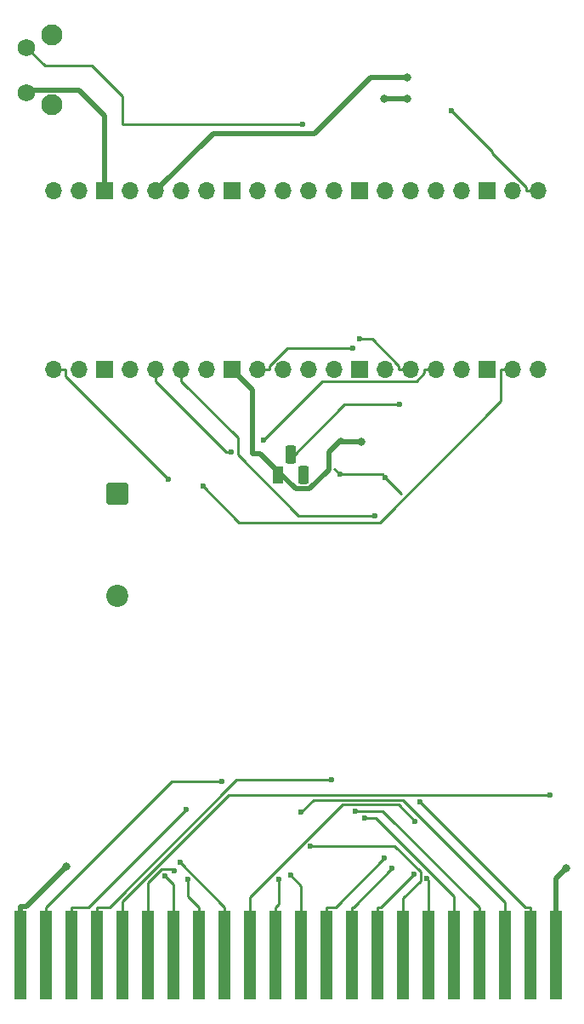
<source format=gbr>
%TF.GenerationSoftware,KiCad,Pcbnew,9.0.6*%
%TF.CreationDate,2025-12-23T16:48:34+01:00*%
%TF.ProjectId,PiRTOII2_cart,50695254-4f49-4493-925f-636172742e6b,1git*%
%TF.SameCoordinates,Original*%
%TF.FileFunction,Copper,L2,Bot*%
%TF.FilePolarity,Positive*%
%FSLAX46Y46*%
G04 Gerber Fmt 4.6, Leading zero omitted, Abs format (unit mm)*
G04 Created by KiCad (PCBNEW 9.0.6) date 2025-12-23 16:48:34*
%MOMM*%
%LPD*%
G01*
G04 APERTURE LIST*
G04 Aperture macros list*
%AMRoundRect*
0 Rectangle with rounded corners*
0 $1 Rounding radius*
0 $2 $3 $4 $5 $6 $7 $8 $9 X,Y pos of 4 corners*
0 Add a 4 corners polygon primitive as box body*
4,1,4,$2,$3,$4,$5,$6,$7,$8,$9,$2,$3,0*
0 Add four circle primitives for the rounded corners*
1,1,$1+$1,$2,$3*
1,1,$1+$1,$4,$5*
1,1,$1+$1,$6,$7*
1,1,$1+$1,$8,$9*
0 Add four rect primitives between the rounded corners*
20,1,$1+$1,$2,$3,$4,$5,0*
20,1,$1+$1,$4,$5,$6,$7,0*
20,1,$1+$1,$6,$7,$8,$9,0*
20,1,$1+$1,$8,$9,$2,$3,0*%
G04 Aperture macros list end*
%TA.AperFunction,ComponentPad*%
%ADD10RoundRect,0.249999X-0.850001X0.850001X-0.850001X-0.850001X0.850001X-0.850001X0.850001X0.850001X0*%
%TD*%
%TA.AperFunction,ComponentPad*%
%ADD11C,2.200000*%
%TD*%
%TA.AperFunction,ComponentPad*%
%ADD12O,1.700000X1.700000*%
%TD*%
%TA.AperFunction,ComponentPad*%
%ADD13R,1.700000X1.700000*%
%TD*%
%TA.AperFunction,ComponentPad*%
%ADD14R,1.100000X1.800000*%
%TD*%
%TA.AperFunction,ComponentPad*%
%ADD15RoundRect,0.275000X-0.275000X-0.625000X0.275000X-0.625000X0.275000X0.625000X-0.275000X0.625000X0*%
%TD*%
%TA.AperFunction,ComponentPad*%
%ADD16C,2.100000*%
%TD*%
%TA.AperFunction,ComponentPad*%
%ADD17C,1.750000*%
%TD*%
%TA.AperFunction,ConnectorPad*%
%ADD18R,1.270000X8.840000*%
%TD*%
%TA.AperFunction,ViaPad*%
%ADD19C,0.800000*%
%TD*%
%TA.AperFunction,ViaPad*%
%ADD20C,0.600000*%
%TD*%
%TA.AperFunction,Conductor*%
%ADD21C,0.500000*%
%TD*%
%TA.AperFunction,Conductor*%
%ADD22C,0.250000*%
%TD*%
G04 APERTURE END LIST*
D10*
%TO.P,D1,1,K*%
%TO.N,Net-(D1-K)*%
X102050000Y-127840000D03*
D11*
%TO.P,D1,2,A*%
%TO.N,+5V*%
X102050000Y-138000000D03*
%TD*%
D12*
%TO.P,U1,1,GPIO0*%
%TO.N,d0'*%
X95740000Y-115480000D03*
%TO.P,U1,2,GPIO1*%
%TO.N,d1'*%
X98280000Y-115480000D03*
D13*
%TO.P,U1,3,GND*%
%TO.N,GND*%
X100820000Y-115480000D03*
D12*
%TO.P,U1,4,GPIO2*%
%TO.N,d2'*%
X103360000Y-115480000D03*
%TO.P,U1,5,GPIO3*%
%TO.N,d3'*%
X105900000Y-115480000D03*
%TO.P,U1,6,GPIO4*%
%TO.N,d4'*%
X108440000Y-115480000D03*
%TO.P,U1,7,GPIO5*%
%TO.N,d5'*%
X110980000Y-115480000D03*
D13*
%TO.P,U1,8,GND*%
%TO.N,GND*%
X113520000Y-115480000D03*
D12*
%TO.P,U1,9,GPIO6*%
%TO.N,d6'*%
X116060000Y-115480000D03*
%TO.P,U1,10,GPIO7*%
%TO.N,d7'*%
X118600000Y-115480000D03*
%TO.P,U1,11,GPIO8*%
%TO.N,d8'*%
X121140000Y-115480000D03*
%TO.P,U1,12,GPIO9*%
%TO.N,d9'*%
X123680000Y-115480000D03*
D13*
%TO.P,U1,13,GND*%
%TO.N,GND*%
X126220000Y-115480000D03*
D12*
%TO.P,U1,14,GPIO10*%
%TO.N,d10'*%
X128760000Y-115480000D03*
%TO.P,U1,15,GPIO11*%
%TO.N,d11'*%
X131300000Y-115480000D03*
%TO.P,U1,16,GPIO12*%
%TO.N,d12'*%
X133840000Y-115480000D03*
%TO.P,U1,17,GPIO13*%
%TO.N,d13'*%
X136380000Y-115480000D03*
D13*
%TO.P,U1,18,GND*%
%TO.N,GND*%
X138920000Y-115480000D03*
D12*
%TO.P,U1,19,GPIO14*%
%TO.N,d14'*%
X141460000Y-115480000D03*
%TO.P,U1,20,GPIO15*%
%TO.N,d15'*%
X144000000Y-115480000D03*
%TO.P,U1,21,GPIO16*%
%TO.N,MISO*%
X144000000Y-97700000D03*
%TO.P,U1,22,GPIO17*%
%TO.N,CS*%
X141460000Y-97700000D03*
D13*
%TO.P,U1,23,GND*%
%TO.N,GND*%
X138920000Y-97700000D03*
D12*
%TO.P,U1,24,GPIO18*%
%TO.N,SCK*%
X136380000Y-97700000D03*
%TO.P,U1,25,GPIO19*%
%TO.N,MOSI*%
X133840000Y-97700000D03*
%TO.P,U1,26,GPIO20*%
%TO.N,reset_inty_out*%
X131300000Y-97700000D03*
%TO.P,U1,27,GPIO21*%
%TO.N,~{msync'}*%
X128760000Y-97700000D03*
D13*
%TO.P,U1,28,GND*%
%TO.N,GND*%
X126220000Y-97700000D03*
D12*
%TO.P,U1,29,GPIO22*%
%TO.N,bdir'*%
X123680000Y-97700000D03*
%TO.P,U1,30,RUN*%
%TO.N,~{RESET_PICO}*%
X121140000Y-97700000D03*
%TO.P,U1,31,GPIO26_ADC0*%
%TO.N,bc1'*%
X118600000Y-97700000D03*
%TO.P,U1,32,GPIO27_ADC1*%
%TO.N,bc2'*%
X116060000Y-97700000D03*
D13*
%TO.P,U1,33,AGND*%
%TO.N,GND*%
X113520000Y-97700000D03*
D12*
%TO.P,U1,34,GPIO28_ADC2*%
%TO.N,unconnected-(U1-GPIO28_ADC2-Pad34)*%
X110980000Y-97700000D03*
%TO.P,U1,35,ADC_VREF*%
%TO.N,unconnected-(U1-ADC_VREF-Pad35)_1*%
X108440000Y-97700000D03*
%TO.P,U1,36,3V3*%
%TO.N,+3.3V*%
X105900000Y-97700000D03*
%TO.P,U1,37,3V3_EN*%
%TO.N,unconnected-(U1-3V3_EN-Pad37)*%
X103360000Y-97700000D03*
D13*
%TO.P,U1,38,GND*%
%TO.N,GND*%
X100820000Y-97700000D03*
D12*
%TO.P,U1,39,VSYS*%
%TO.N,Net-(D1-K)*%
X98280000Y-97700000D03*
%TO.P,U1,40,VBUS*%
%TO.N,unconnected-(U1-VBUS-Pad40)*%
X95740000Y-97700000D03*
%TD*%
D14*
%TO.P,Q1,1,C*%
%TO.N,GND*%
X118050000Y-126000000D03*
D15*
%TO.P,Q1,2,B*%
%TO.N,reset_inty_out*%
X119320000Y-123930000D03*
%TO.P,Q1,3,E*%
%TO.N,rst_inty'*%
X120590000Y-126000000D03*
%TD*%
D16*
%TO.P,SW1,*%
%TO.N,*%
X95530000Y-89180000D03*
X95530000Y-82170000D03*
D17*
%TO.P,SW1,1,1*%
%TO.N,GND*%
X93040000Y-87930000D03*
%TO.P,SW1,2,2*%
%TO.N,~{RESET_PICO}*%
X93040000Y-83430000D03*
%TD*%
D18*
%TO.P,CN1,1,GND*%
%TO.N,GND*%
X145737700Y-173734000D03*
%TO.P,CN1,3,~{MSYNC}*%
%TO.N,~{msync'}*%
X143197700Y-173734000D03*
%TO.P,CN1,5,DB7*%
%TO.N,d7'*%
X140657700Y-173734000D03*
%TO.P,CN1,7,DB8*%
%TO.N,d8'*%
X138117700Y-173734000D03*
%TO.P,CN1,9,DB6*%
%TO.N,d6'*%
X135577700Y-173734000D03*
%TO.P,CN1,11,DB9*%
%TO.N,d9'*%
X133037700Y-173734000D03*
%TO.P,CN1,13,DB5*%
%TO.N,d5'*%
X130497700Y-173734000D03*
%TO.P,CN1,15,DB10*%
%TO.N,d10'*%
X127957700Y-173734000D03*
%TO.P,CN1,17,DB4*%
%TO.N,d4'*%
X125417700Y-173734000D03*
%TO.P,CN1,19,DB11*%
%TO.N,d11'*%
X122877700Y-173734000D03*
%TO.P,CN1,21,DB3*%
%TO.N,d3'*%
X120337700Y-173734000D03*
%TO.P,CN1,23,DB12*%
%TO.N,d12'*%
X117797700Y-173734000D03*
%TO.P,CN1,25,DB13*%
%TO.N,d13'*%
X115257700Y-173734000D03*
%TO.P,CN1,27,DB2*%
%TO.N,d2'*%
X112717700Y-173734000D03*
%TO.P,CN1,29,DB14*%
%TO.N,d14'*%
X110177700Y-173734000D03*
%TO.P,CN1,31,DB1*%
%TO.N,d1'*%
X107637700Y-173734000D03*
%TO.P,CN1,33,DB0*%
%TO.N,d0'*%
X105097700Y-173734000D03*
%TO.P,CN1,35,DB15*%
%TO.N,d15'*%
X102557700Y-173734000D03*
%TO.P,CN1,37,BDIR*%
%TO.N,bdir'*%
X100017700Y-173734000D03*
%TO.P,CN1,39,BC2*%
%TO.N,bc2'*%
X97477700Y-173734000D03*
%TO.P,CN1,41,BC1*%
%TO.N,bc1'*%
X94937700Y-173734000D03*
%TO.P,CN1,43,VCC*%
%TO.N,+5V*%
X92397700Y-173734000D03*
%TD*%
D19*
%TO.N,+5V*%
X96991100Y-164914300D03*
%TO.N,GND*%
X126350000Y-122630000D03*
X128650000Y-88510000D03*
X146748700Y-165094200D03*
X130935000Y-88510000D03*
D20*
%TO.N,~{msync'}*%
X132194500Y-158503200D03*
%TO.N,d7'*%
X120378300Y-159534500D03*
%TO.N,d8'*%
X125799700Y-159385000D03*
%TO.N,d6'*%
X125482500Y-113335700D03*
X126716400Y-160108800D03*
%TO.N,d9'*%
X128761900Y-126245000D03*
X124225400Y-125924200D03*
X132904100Y-166097300D03*
%TO.N,d5'*%
X121238700Y-162883100D03*
%TO.N,d10'*%
X131587900Y-165714900D03*
%TO.N,d4'*%
X129448400Y-165101900D03*
X127705300Y-130001400D03*
%TO.N,d11'*%
X128687600Y-164106900D03*
X126182800Y-112455000D03*
%TO.N,d3'*%
X113420700Y-123648600D03*
X119303300Y-165801200D03*
%TO.N,d12'*%
X116583000Y-122537900D03*
X118153600Y-166178400D03*
%TO.N,d13'*%
X131715000Y-160417600D03*
%TO.N,d2'*%
X108284600Y-164533000D03*
%TO.N,d14'*%
X109054800Y-166214700D03*
X110580500Y-127077000D03*
%TO.N,d1'*%
X106794400Y-165818400D03*
%TO.N,d0'*%
X107744700Y-165366900D03*
X107127100Y-126385300D03*
%TO.N,d15'*%
X145192700Y-157814800D03*
%TO.N,bdir'*%
X123385900Y-156321000D03*
%TO.N,bc2'*%
X108944700Y-159243300D03*
%TO.N,bc1'*%
X112471200Y-156411100D03*
%TO.N,reset_inty_out*%
X130139700Y-118949000D03*
%TO.N,~{RESET_PICO}*%
X120527800Y-91128100D03*
%TO.N,MISO*%
X135300000Y-89700000D03*
D19*
%TO.N,+3.3V*%
X130935000Y-86390000D03*
%TD*%
D21*
%TO.N,+5V*%
X96991100Y-164914300D02*
X93043100Y-168862300D01*
X93043100Y-168862300D02*
X92397700Y-168862300D01*
X92397700Y-173734000D02*
X92397700Y-168862300D01*
%TO.N,GND*%
X115510000Y-117470000D02*
X115510000Y-123820000D01*
X121173338Y-127351000D02*
X123104000Y-125420338D01*
X118050000Y-125600000D02*
X119801000Y-127351000D01*
X100820000Y-97700000D02*
X100820000Y-90260000D01*
X124300000Y-122490000D02*
X124440000Y-122630000D01*
X123104000Y-125420338D02*
X123104000Y-123686000D01*
X145737700Y-166105200D02*
X145737700Y-173734000D01*
X123104000Y-123686000D02*
X124300000Y-122490000D01*
X119801000Y-127351000D02*
X121173338Y-127351000D01*
X116270000Y-123820000D02*
X118050000Y-125600000D01*
X98239000Y-87679000D02*
X93291000Y-87679000D01*
X124440000Y-122630000D02*
X126350000Y-122630000D01*
X93291000Y-87679000D02*
X93040000Y-87930000D01*
X115510000Y-123820000D02*
X116270000Y-123820000D01*
X100820000Y-90260000D02*
X98239000Y-87679000D01*
X146748700Y-165094200D02*
X145737700Y-166105200D01*
X113520000Y-115480000D02*
X115510000Y-117470000D01*
X128650000Y-88510000D02*
X130935000Y-88510000D01*
D22*
%TO.N,~{msync'}*%
X143197700Y-168987300D02*
X142678600Y-168987300D01*
X143197700Y-173734000D02*
X143197700Y-168987300D01*
X142678600Y-168987300D02*
X132194500Y-158503200D01*
%TO.N,d7'*%
X121610400Y-158302400D02*
X130488300Y-158302400D01*
X130488300Y-158302400D02*
X140657700Y-168471800D01*
X140657700Y-173734000D02*
X140657700Y-168987300D01*
X140657700Y-168471800D02*
X140657700Y-168987300D01*
X120378300Y-159534500D02*
X121610400Y-158302400D01*
%TO.N,d8'*%
X138117700Y-168987300D02*
X128515400Y-159385000D01*
X138117700Y-173734000D02*
X138117700Y-168987300D01*
X128515400Y-159385000D02*
X125799700Y-159385000D01*
%TO.N,d6'*%
X127801900Y-160108800D02*
X126716400Y-160108800D01*
X116060000Y-115480000D02*
X117236700Y-115480000D01*
X117236700Y-115112300D02*
X117236700Y-115480000D01*
X119013300Y-113335700D02*
X117236700Y-115112300D01*
X135577700Y-173734000D02*
X135577700Y-167884600D01*
X125482500Y-113335700D02*
X119013300Y-113335700D01*
X135577700Y-167884600D02*
X127801900Y-160108800D01*
%TO.N,d9'*%
X130373700Y-127856800D02*
X128761900Y-126245000D01*
X133037700Y-166230800D02*
X133037700Y-173734000D01*
X132904100Y-166097300D02*
X133037600Y-166230800D01*
X128441100Y-125924200D02*
X124225400Y-125924200D01*
X128761900Y-126245000D02*
X130373700Y-127856800D01*
X123680000Y-125378800D02*
X124225400Y-125924200D01*
X133037600Y-166230800D02*
X133037700Y-166230800D01*
X128761900Y-126245000D02*
X128441100Y-125924200D01*
X124225400Y-125924200D02*
X123680000Y-125378800D01*
%TO.N,d5'*%
X130497700Y-168064900D02*
X130497700Y-173734000D01*
X132246600Y-165460500D02*
X132246600Y-166316000D01*
X129669200Y-162883100D02*
X132246600Y-165460500D01*
X132246600Y-166316000D02*
X130497700Y-168064900D01*
X121238700Y-162883100D02*
X129669200Y-162883100D01*
%TO.N,d10'*%
X127957700Y-168987300D02*
X128315500Y-168987300D01*
X127957700Y-173734000D02*
X127957700Y-168987300D01*
X128315500Y-168987300D02*
X131587900Y-165714900D01*
%TO.N,d4'*%
X108440000Y-115480000D02*
X108440000Y-116656700D01*
X125417700Y-173734000D02*
X125417700Y-168987300D01*
X129448400Y-165101900D02*
X125563000Y-168987300D01*
X114047400Y-122264100D02*
X108440000Y-116656700D01*
X120094200Y-130001400D02*
X114047400Y-123954600D01*
X125563000Y-168987300D02*
X125417700Y-168987300D01*
X127705300Y-130001400D02*
X120094200Y-130001400D01*
X114047400Y-123954600D02*
X114047400Y-122264100D01*
%TO.N,d11'*%
X127466000Y-112455000D02*
X126182800Y-112455000D01*
X122877700Y-173734000D02*
X122877700Y-168987300D01*
X128687600Y-164106900D02*
X123807200Y-168987300D01*
X123807200Y-168987300D02*
X122877700Y-168987300D01*
X131300000Y-115480000D02*
X130123300Y-115480000D01*
X130123300Y-115480000D02*
X130123300Y-115112300D01*
X130123300Y-115112300D02*
X127466000Y-112455000D01*
%TO.N,d3'*%
X120337700Y-173734000D02*
X120337700Y-166835600D01*
X105900000Y-115480000D02*
X105900000Y-116656700D01*
X112891900Y-123648600D02*
X105900000Y-116656700D01*
X113420700Y-123648600D02*
X112891900Y-123648600D01*
X120337700Y-166835600D02*
X119303300Y-165801200D01*
%TO.N,d12'*%
X122464200Y-116656700D02*
X116583000Y-122537900D01*
X117797700Y-173734000D02*
X117797700Y-168987300D01*
X118153600Y-166178400D02*
X118153600Y-168631400D01*
X132663300Y-115847800D02*
X131854400Y-116656700D01*
X133840000Y-115480000D02*
X132663300Y-115480000D01*
X132663300Y-115480000D02*
X132663300Y-115847800D01*
X118153600Y-168631400D02*
X117797700Y-168987300D01*
X131854400Y-116656700D02*
X122464200Y-116656700D01*
%TO.N,d13'*%
X115257700Y-173734000D02*
X115257700Y-168987300D01*
X130051500Y-158754100D02*
X124481500Y-158754100D01*
X124481500Y-158754100D02*
X115257700Y-167977900D01*
X131715000Y-160417600D02*
X130051500Y-158754100D01*
X115257700Y-167977900D02*
X115257700Y-168987300D01*
%TO.N,d2'*%
X112717700Y-173734000D02*
X112717700Y-168966100D01*
X112717700Y-168966100D02*
X108284600Y-164533000D01*
%TO.N,d14'*%
X128243600Y-130680200D02*
X140283300Y-118640500D01*
X110580500Y-127077000D02*
X114183700Y-130680200D01*
X110177700Y-173734000D02*
X110177700Y-168987300D01*
X114183700Y-130680200D02*
X128243600Y-130680200D01*
X109054800Y-166214700D02*
X109054800Y-167864400D01*
X109054800Y-167864400D02*
X110177700Y-168987300D01*
X140283300Y-118640500D02*
X140283300Y-115480000D01*
X141460000Y-115480000D02*
X140283300Y-115480000D01*
%TO.N,d1'*%
X107637700Y-173734000D02*
X107637700Y-166661700D01*
X107637700Y-166661700D02*
X106794400Y-165818400D01*
%TO.N,d0'*%
X107556700Y-165178900D02*
X106429700Y-165178900D01*
X96916700Y-116174900D02*
X107127100Y-126385300D01*
X105097700Y-166510900D02*
X105097700Y-168987300D01*
X96916700Y-115480000D02*
X96916700Y-116174900D01*
X105097700Y-173734000D02*
X105097700Y-168987300D01*
X106429700Y-165178900D02*
X105097700Y-166510900D01*
X107744700Y-165366900D02*
X107556700Y-165178900D01*
X95740000Y-115480000D02*
X96916700Y-115480000D01*
%TO.N,d15'*%
X102557700Y-168387900D02*
X113130800Y-157814800D01*
X102557700Y-168987300D02*
X102557700Y-168387900D01*
X113130800Y-157814800D02*
X145192700Y-157814800D01*
X102557700Y-173734000D02*
X102557700Y-168987300D01*
%TO.N,bdir'*%
X100017700Y-173734000D02*
X100017700Y-168987300D01*
X113947900Y-156321000D02*
X101281600Y-168987300D01*
X101281600Y-168987300D02*
X100017700Y-168987300D01*
X123385900Y-156321000D02*
X113947900Y-156321000D01*
%TO.N,bc2'*%
X99200700Y-168987300D02*
X97477700Y-168987300D01*
X97477700Y-173734000D02*
X97477700Y-168987300D01*
X108944700Y-159243300D02*
X99200700Y-168987300D01*
%TO.N,bc1'*%
X94937700Y-168987300D02*
X107513900Y-156411100D01*
X107513900Y-156411100D02*
X112471200Y-156411100D01*
X94937700Y-173734000D02*
X94937700Y-168987300D01*
%TO.N,reset_inty_out*%
X119320000Y-124330000D02*
X124701000Y-118949000D01*
X124701000Y-118949000D02*
X130139700Y-118949000D01*
%TO.N,~{RESET_PICO}*%
X99490000Y-85270000D02*
X94880000Y-85270000D01*
X120527800Y-91128100D02*
X102538100Y-91128100D01*
X102538100Y-88318100D02*
X99490000Y-85270000D01*
X94880000Y-85270000D02*
X93040000Y-83430000D01*
X102538100Y-91128100D02*
X102538100Y-88318100D01*
%TO.N,MISO*%
X144000000Y-97700000D02*
X142823300Y-97700000D01*
X139417300Y-93926300D02*
X139417300Y-93817300D01*
X142823300Y-97332300D02*
X139417300Y-93926300D01*
X139417300Y-93817300D02*
X135300000Y-89700000D01*
X142823300Y-97700000D02*
X142823300Y-97332300D01*
D21*
%TO.N,+3.3V*%
X121685800Y-91984200D02*
X111615800Y-91984200D01*
X127260000Y-86410000D02*
X121685800Y-91984200D01*
X130915000Y-86410000D02*
X130935000Y-86390000D01*
X127260000Y-86410000D02*
X130915000Y-86410000D01*
X111615800Y-91984200D02*
X105900000Y-97700000D01*
%TD*%
M02*

</source>
